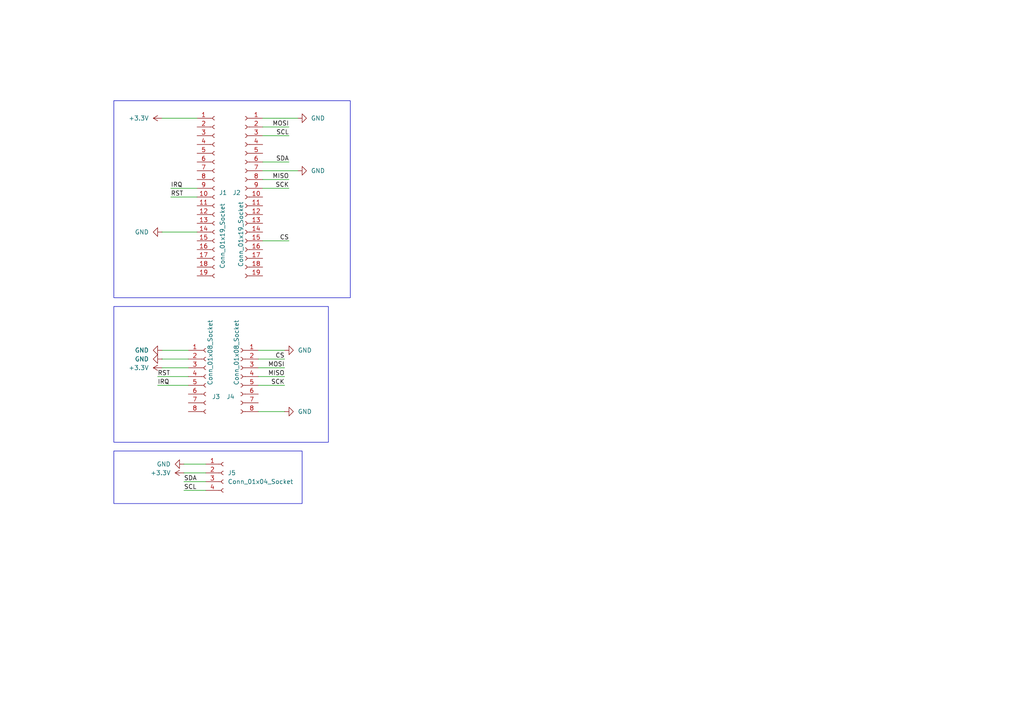
<source format=kicad_sch>
(kicad_sch (version 20250114) (generator "eeschema") (generator_version "9.0")
  (paper "A4")
  (lib_symbols
    (symbol "Connector:Conn_01x04_Socket" (pin_names (offset 1.016) (hide yes))
      (property "Reference" "J" (at 0 5.08 0))
      (property "Value" "Conn_01x04_Socket" (at 0 -7.62 0))
      (symbol "Conn_01x04_Socket_1_1"
        (polyline (pts (xy -1.27 2.54) (xy -0.508 2.54)) (stroke (width 0.1524)))
        (polyline (pts (xy -1.27 0) (xy -0.508 0)) (stroke (width 0.1524)))
        (polyline (pts (xy -1.27 -2.54) (xy -0.508 -2.54)) (stroke (width 0.1524)))
        (polyline (pts (xy -1.27 -5.08) (xy -0.508 -5.08)) (stroke (width 0.1524)))
        (arc (start 0 2.032) (mid -0.5058 2.54) (end 0 3.048) (stroke (width 0.1524)))
        (arc (start 0 -0.508) (mid -0.5058 0) (end 0 0.508) (stroke (width 0.1524)))
        (arc (start 0 -3.048) (mid -0.5058 -2.54) (end 0 -2.032) (stroke (width 0.1524)))
        (arc (start 0 -5.588) (mid -0.5058 -5.08) (end 0 -4.572) (stroke (width 0.1524)))
        (pin passive line (at -5.08 2.54 0) (length 3.81) (name "Pin_1") (number "1"))
        (pin passive line (at -5.08 0 0) (length 3.81) (name "Pin_2") (number "2"))
        (pin passive line (at -5.08 -2.54 0) (length 3.81) (name "Pin_3") (number "3"))
        (pin passive line (at -5.08 -5.08 0) (length 3.81) (name "Pin_4") (number "4"))
      )
    )
    (symbol "Connector:Conn_01x08_Socket" (pin_names (offset 1.016) (hide yes))
      (property "Reference" "J" (at 0 10.16 0))
      (property "Value" "Conn_01x08_Socket" (at 0 -12.7 0))
      (symbol "Conn_01x08_Socket_1_1"
        (polyline (pts (xy -1.27 7.62) (xy -0.508 7.62)) (stroke (width 0.1524)))
        (polyline (pts (xy -1.27 5.08) (xy -0.508 5.08)) (stroke (width 0.1524)))
        (polyline (pts (xy -1.27 2.54) (xy -0.508 2.54)) (stroke (width 0.1524)))
        (polyline (pts (xy -1.27 0) (xy -0.508 0)) (stroke (width 0.1524)))
        (polyline (pts (xy -1.27 -2.54) (xy -0.508 -2.54)) (stroke (width 0.1524)))
        (polyline (pts (xy -1.27 -5.08) (xy -0.508 -5.08)) (stroke (width 0.1524)))
        (polyline (pts (xy -1.27 -7.62) (xy -0.508 -7.62)) (stroke (width 0.1524)))
        (polyline (pts (xy -1.27 -10.16) (xy -0.508 -10.16)) (stroke (width 0.1524)))
        (arc (start 0 7.112) (mid -0.5058 7.62) (end 0 8.128) (stroke (width 0.1524)))
        (arc (start 0 4.572) (mid -0.5058 5.08) (end 0 5.588) (stroke (width 0.1524)))
        (arc (start 0 2.032) (mid -0.5058 2.54) (end 0 3.048) (stroke (width 0.1524)))
        (arc (start 0 -0.508) (mid -0.5058 0) (end 0 0.508) (stroke (width 0.1524)))
        (arc (start 0 -3.048) (mid -0.5058 -2.54) (end 0 -2.032) (stroke (width 0.1524)))
        (arc (start 0 -5.588) (mid -0.5058 -5.08) (end 0 -4.572) (stroke (width 0.1524)))
        (arc (start 0 -8.128) (mid -0.5058 -7.62) (end 0 -7.112) (stroke (width 0.1524)))
        (arc (start 0 -10.668) (mid -0.5058 -10.16) (end 0 -9.652) (stroke (width 0.1524)))
        (pin passive line (at -5.08 7.62 0) (length 3.81) (name "Pin_1") (number "1"))
        (pin passive line (at -5.08 5.08 0) (length 3.81) (name "Pin_2") (number "2"))
        (pin passive line (at -5.08 2.54 0) (length 3.81) (name "Pin_3") (number "3"))
        (pin passive line (at -5.08 0 0) (length 3.81) (name "Pin_4") (number "4"))
        (pin passive line (at -5.08 -2.54 0) (length 3.81) (name "Pin_5") (number "5"))
        (pin passive line (at -5.08 -5.08 0) (length 3.81) (name "Pin_6") (number "6"))
        (pin passive line (at -5.08 -7.62 0) (length 3.81) (name "Pin_7") (number "7"))
        (pin passive line (at -5.08 -10.16 0) (length 3.81) (name "Pin_8") (number "8"))
      )
    )
    (symbol "Connector:Conn_01x19_Socket" (pin_names (offset 1.016) (hide yes))
      (property "Reference" "J" (at 0 25.4 0))
      (property "Value" "Conn_01x19_Socket" (at 0 -25.4 0))
      (symbol "Conn_01x19_Socket_1_1"
        (polyline (pts (xy -1.27 22.86) (xy -0.508 22.86)) (stroke (width 0.1524)))
        (polyline (pts (xy -1.27 20.32) (xy -0.508 20.32)) (stroke (width 0.1524)))
        (polyline (pts (xy -1.27 17.78) (xy -0.508 17.78)) (stroke (width 0.1524)))
        (polyline (pts (xy -1.27 15.24) (xy -0.508 15.24)) (stroke (width 0.1524)))
        (polyline (pts (xy -1.27 12.7) (xy -0.508 12.7)) (stroke (width 0.1524)))
        (polyline (pts (xy -1.27 10.16) (xy -0.508 10.16)) (stroke (width 0.1524)))
        (polyline (pts (xy -1.27 7.62) (xy -0.508 7.62)) (stroke (width 0.1524)))
        (polyline (pts (xy -1.27 5.08) (xy -0.508 5.08)) (stroke (width 0.1524)))
        (polyline (pts (xy -1.27 2.54) (xy -0.508 2.54)) (stroke (width 0.1524)))
        (polyline (pts (xy -1.27 0) (xy -0.508 0)) (stroke (width 0.1524)))
        (polyline (pts (xy -1.27 -2.54) (xy -0.508 -2.54)) (stroke (width 0.1524)))
        (polyline (pts (xy -1.27 -5.08) (xy -0.508 -5.08)) (stroke (width 0.1524)))
        (polyline (pts (xy -1.27 -7.62) (xy -0.508 -7.62)) (stroke (width 0.1524)))
        (polyline (pts (xy -1.27 -10.16) (xy -0.508 -10.16)) (stroke (width 0.1524)))
        (polyline (pts (xy -1.27 -12.7) (xy -0.508 -12.7)) (stroke (width 0.1524)))
        (polyline (pts (xy -1.27 -15.24) (xy -0.508 -15.24)) (stroke (width 0.1524)))
        (polyline (pts (xy -1.27 -17.78) (xy -0.508 -17.78)) (stroke (width 0.1524)))
        (polyline (pts (xy -1.27 -20.32) (xy -0.508 -20.32)) (stroke (width 0.1524)))
        (polyline (pts (xy -1.27 -22.86) (xy -0.508 -22.86)) (stroke (width 0.1524)))
        (arc (start 0 22.352) (mid -0.5058 22.86) (end 0 23.368) (stroke (width 0.1524)))
        (arc (start 0 19.812) (mid -0.5058 20.32) (end 0 20.828) (stroke (width 0.1524)))
        (arc (start 0 17.272) (mid -0.5058 17.78) (end 0 18.288) (stroke (width 0.1524)))
        (arc (start 0 14.732) (mid -0.5058 15.24) (end 0 15.748) (stroke (width 0.1524)))
        (arc (start 0 12.192) (mid -0.5058 12.7) (end 0 13.208) (stroke (width 0.1524)))
        (arc (start 0 9.652) (mid -0.5058 10.16) (end 0 10.668) (stroke (width 0.1524)))
        (arc (start 0 7.112) (mid -0.5058 7.62) (end 0 8.128) (stroke (width 0.1524)))
        (arc (start 0 4.572) (mid -0.5058 5.08) (end 0 5.588) (stroke (width 0.1524)))
        (arc (start 0 2.032) (mid -0.5058 2.54) (end 0 3.048) (stroke (width 0.1524)))
        (arc (start 0 -0.508) (mid -0.5058 0) (end 0 0.508) (stroke (width 0.1524)))
        (arc (start 0 -3.048) (mid -0.5058 -2.54) (end 0 -2.032) (stroke (width 0.1524)))
        (arc (start 0 -5.588) (mid -0.5058 -5.08) (end 0 -4.572) (stroke (width 0.1524)))
        (arc (start 0 -8.128) (mid -0.5058 -7.62) (end 0 -7.112) (stroke (width 0.1524)))
        (arc (start 0 -10.668) (mid -0.5058 -10.16) (end 0 -9.652) (stroke (width 0.1524)))
        (arc (start 0 -13.208) (mid -0.5058 -12.7) (end 0 -12.192) (stroke (width 0.1524)))
        (arc (start 0 -15.748) (mid -0.5058 -15.24) (end 0 -14.732) (stroke (width 0.1524)))
        (arc (start 0 -18.288) (mid -0.5058 -17.78) (end 0 -17.272) (stroke (width 0.1524)))
        (arc (start 0 -20.828) (mid -0.5058 -20.32) (end 0 -19.812) (stroke (width 0.1524)))
        (arc (start 0 -23.368) (mid -0.5058 -22.86) (end 0 -22.352) (stroke (width 0.1524)))
        (pin passive line (at -5.08 22.86 0) (length 3.81) (name "Pin_1") (number "1"))
        (pin passive line (at -5.08 20.32 0) (length 3.81) (name "Pin_2") (number "2"))
        (pin passive line (at -5.08 17.78 0) (length 3.81) (name "Pin_3") (number "3"))
        (pin passive line (at -5.08 15.24 0) (length 3.81) (name "Pin_4") (number "4"))
        (pin passive line (at -5.08 12.7 0) (length 3.81) (name "Pin_5") (number "5"))
        (pin passive line (at -5.08 10.16 0) (length 3.81) (name "Pin_6") (number "6"))
        (pin passive line (at -5.08 7.62 0) (length 3.81) (name "Pin_7") (number "7"))
        (pin passive line (at -5.08 5.08 0) (length 3.81) (name "Pin_8") (number "8"))
        (pin passive line (at -5.08 2.54 0) (length 3.81) (name "Pin_9") (number "9"))
        (pin passive line (at -5.08 0 0) (length 3.81) (name "Pin_10") (number "10"))
        (pin passive line (at -5.08 -2.54 0) (length 3.81) (name "Pin_11") (number "11"))
        (pin passive line (at -5.08 -5.08 0) (length 3.81) (name "Pin_12") (number "12"))
        (pin passive line (at -5.08 -7.62 0) (length 3.81) (name "Pin_13") (number "13"))
        (pin passive line (at -5.08 -10.16 0) (length 3.81) (name "Pin_14") (number "14"))
        (pin passive line (at -5.08 -12.7 0) (length 3.81) (name "Pin_15") (number "15"))
        (pin passive line (at -5.08 -15.24 0) (length 3.81) (name "Pin_16") (number "16"))
        (pin passive line (at -5.08 -17.78 0) (length 3.81) (name "Pin_17") (number "17"))
        (pin passive line (at -5.08 -20.32 0) (length 3.81) (name "Pin_18") (number "18"))
        (pin passive line (at -5.08 -22.86 0) (length 3.81) (name "Pin_19") (number "19"))
      )
    )
    (symbol "power:+3.3V" (power) (pin_numbers (hide yes)) (pin_names (offset 0) (hide yes))
      (property "Value" "+3.3V" (at 0 3.556 0))
      (symbol "+3.3V_0_1"
        (polyline (pts (xy -0.762 1.27) (xy 0 2.54)))
        (polyline (pts (xy 0 2.54) (xy 0.762 1.27)))
        (polyline (pts (xy 0 0) (xy 0 2.54)))
      )
      (symbol "+3.3V_1_1"
        (pin power_in line (at 0 0 90) (length 0) (name "~") (number "1"))
      )
    )
    (symbol "power:GND" (power) (pin_numbers (hide yes)) (pin_names (offset 0) (hide yes))
      (property "Value" "GND" (at 0 -3.81 0))
      (symbol "GND_0_1"
        (polyline (pts (xy 0 0) (xy 0 -1.27) (xy 1.27 -1.27) (xy 0 -2.54) (xy -1.27 -1.27) (xy 0 -1.27)))
      )
      (symbol "GND_1_1"
        (pin power_in line (at 0 0 270) (length 0) (name "~") (number "1"))
      )
    )
  )
  (rectangle (start 33.02 88.9) (end 95.25 128.27))
  (rectangle (start 33.02 130.81) (end 87.63 146.05))
  (rectangle (start 33.02 29.21) (end 101.6 86.36))
  (wire (pts (xy 46.99 34.29) (xy 57.15 34.29)))
  (wire (pts (xy 57.15 54.61) (xy 49.53 54.61)))
  (wire (pts (xy 76.2 36.83) (xy 83.82 36.83)))
  (wire (pts (xy 74.93 109.22) (xy 82.55 109.22)))
  (wire (pts (xy 54.61 104.14) (xy 46.99 104.14)))
  (wire (pts (xy 74.93 111.76) (xy 82.55 111.76)))
  (wire (pts (xy 45.72 111.76) (xy 54.61 111.76)))
  (wire (pts (xy 76.2 39.37) (xy 83.82 39.37)))
  (wire (pts (xy 76.2 34.29) (xy 86.36 34.29)))
  (wire (pts (xy 76.2 49.53) (xy 86.36 49.53)))
  (wire (pts (xy 76.2 54.61) (xy 83.82 54.61)))
  (wire (pts (xy 57.15 57.15) (xy 49.53 57.15)))
  (wire (pts (xy 76.2 52.07) (xy 83.82 52.07)))
  (wire (pts (xy 76.2 46.99) (xy 83.82 46.99)))
  (wire (pts (xy 53.34 137.16) (xy 59.69 137.16)))
  (wire (pts (xy 83.82 69.85) (xy 76.2 69.85)))
  (wire (pts (xy 45.72 109.22) (xy 54.61 109.22)))
  (wire (pts (xy 74.93 106.68) (xy 82.55 106.68)))
  (wire (pts (xy 46.99 106.68) (xy 54.61 106.68)))
  (wire (pts (xy 74.93 101.6) (xy 82.55 101.6)))
  (wire (pts (xy 57.15 67.31) (xy 46.99 67.31)))
  (wire (pts (xy 82.55 104.14) (xy 74.93 104.14)))
  (wire (pts (xy 53.34 142.24) (xy 59.69 142.24)))
  (wire (pts (xy 53.34 139.7) (xy 59.69 139.7)))
  (wire (pts (xy 53.34 134.62) (xy 59.69 134.62)))
  (wire (pts (xy 54.61 101.6) (xy 46.99 101.6)))
  (wire (pts (xy 74.93 119.38) (xy 82.55 119.38)))
  (label "CS" (at 82.55 104.14 180))
  (label "MISO" (at 83.82 52.07 180))
  (label "CS" (at 83.82 69.85 180))
  (label "SCK" (at 82.55 111.76 180))
  (label "RST" (at 49.53 57.15 0))
  (label "MOSI" (at 82.55 106.68 180))
  (label "SCL" (at 83.82 39.37 180))
  (label "MOSI" (at 83.82 36.83 180))
  (label "RST" (at 45.72 109.22 0))
  (label "SCK" (at 83.82 54.61 180))
  (label "SCL" (at 53.34 142.24 0))
  (label "IRQ" (at 45.72 111.76 0))
  (label "SDA" (at 53.34 139.7 0))
  (label "IRQ" (at 49.53 54.61 0))
  (label "SDA" (at 83.82 46.99 180))
  (label "MISO" (at 82.55 109.22 180))
  (symbol (lib_id "power:GND") (at 86.36 49.53 90) (unit 1)
    (property "Reference" "#PWR06" (effects (hide yes)))
    (property "Value" "GND" (at 90.17 49.5299 90) (effects (justify right)))
    (property "Description" "Power symbol creates a global label with name \"GND\" , ground" (effects (hide yes)))
  )
  (symbol (lib_id "power:GND") (at 53.34 134.62 270) (mirror x) (unit 1)
    (property "Reference" "#PWR01" (effects (hide yes)))
    (property "Value" "GND" (at 49.53 134.6199 90) (effects (justify right)))
    (property "Description" "Power symbol creates a global label with name \"GND\" , ground" (effects (hide yes)))
  )
  (symbol (lib_id "power:GND") (at 46.99 67.31 270) (mirror x) (unit 1)
    (property "Reference" "#PWR07" (effects (hide yes)))
    (property "Value" "GND" (at 43.18 67.3099 90) (effects (justify right)))
    (property "Description" "Power symbol creates a global label with name \"GND\" , ground" (effects (hide yes)))
  )
  (symbol (lib_id "power:+3.3V") (at 46.99 106.68 90) (unit 1)
    (property "Reference" "#PWR011" (effects (hide yes)))
    (property "Value" "+3.3V" (at 43.18 106.6799 90) (effects (justify left)))
    (property "Description" "Power symbol creates a global label with name \"+3.3V\"" (effects (hide yes)))
  )
  (symbol (lib_id "power:GND") (at 46.99 104.14 270) (mirror x) (unit 1)
    (property "Reference" "#PWR014" (effects (hide yes)))
    (property "Value" "GND" (at 43.18 104.1399 90) (effects (justify right)))
    (property "Description" "Power symbol creates a global label with name \"GND\" , ground" (effects (hide yes)))
  )
  (symbol (lib_id "power:+3.3V") (at 53.34 137.16 90) (unit 1)
    (property "Reference" "#PWR02" (effects (hide yes)))
    (property "Value" "+3.3V" (at 49.53 137.1599 90) (effects (justify left)))
    (property "Description" "Power symbol creates a global label with name \"+3.3V\"" (effects (hide yes)))
  )
  (symbol (lib_id "Connector:Conn_01x04_Socket") (at 64.77 137.16 0) (unit 1)
    (property "Reference" "J5" (at 66.04 137.1599 0) (effects (justify left)))
    (property "Value" "Conn_01x04_Socket" (at 66.04 139.6999 0) (effects (justify left)))
    (property "Footprint" "Connector_PinSocket_2.54mm:PinSocket_1x04_P2.54mm_Vertical" (effects (hide yes)))
    (property "Description" "Generic connector, single row, 01x04, script generated" (effects (hide yes)))
  )
  (symbol (lib_id "power:GND") (at 46.99 101.6 270) (mirror x) (unit 1)
    (property "Reference" "#PWR013" (effects (hide yes)))
    (property "Value" "GND" (at 43.18 101.5999 90) (effects (justify right)))
    (property "Description" "Power symbol creates a global label with name \"GND\" , ground" (effects (hide yes)))
  )
  (symbol (lib_id "power:GND") (at 82.55 101.6 90) (unit 1)
    (property "Reference" "#PWR09" (effects (hide yes)))
    (property "Value" "GND" (at 86.36 101.5999 90) (effects (justify right)))
    (property "Description" "Power symbol creates a global label with name \"GND\" , ground" (effects (hide yes)))
  )
  (symbol (lib_id "Connector:Conn_01x08_Socket") (at 59.69 109.22 0) (unit 1)
    (property "Reference" "J3" (at 61.468 115.062 0) (effects (justify left)))
    (property "Value" "Conn_01x08_Socket" (at 60.96 111.7599 90) (effects (justify left)))
    (property "Footprint" "Connector_PinSocket_2.54mm:PinSocket_1x08_P2.54mm_Vertical" (effects (hide yes)))
    (property "Description" "Generic connector, single row, 01x08, script generated" (effects (hide yes)))
  )
  (symbol (lib_id "Connector:Conn_01x19_Socket") (at 71.12 57.15 0) (mirror y) (unit 1)
    (property "Reference" "J2" (at 69.85 55.8799 0) (effects (justify left)))
    (property "Value" "Conn_01x19_Socket" (at 69.85 58.4199 90) (effects (justify right)))
    (property "Footprint" "Connector_PinSocket_2.54mm:PinSocket_1x19_P2.54mm_Vertical" (effects (hide yes)))
    (property "Description" "Generic connector, single row, 01x19, script generated" (effects (hide yes)))
  )
  (symbol (lib_id "power:GND") (at 82.55 119.38 90) (unit 1)
    (property "Reference" "#PWR010" (effects (hide yes)))
    (property "Value" "GND" (at 86.36 119.3799 90) (effects (justify right)))
    (property "Description" "Power symbol creates a global label with name \"GND\" , ground" (effects (hide yes)))
  )
  (symbol (lib_id "Connector:Conn_01x08_Socket") (at 69.85 109.22 0) (mirror y) (unit 1)
    (property "Reference" "J4" (at 68.072 115.062 0) (effects (justify left)))
    (property "Value" "Conn_01x08_Socket" (at 68.58 111.7599 90) (effects (justify left)))
    (property "Footprint" "Connector_PinSocket_2.54mm:PinSocket_1x08_P2.54mm_Vertical" (effects (hide yes)))
    (property "Description" "Generic connector, single row, 01x08, script generated" (effects (hide yes)))
  )
  (symbol (lib_id "power:GND") (at 86.36 34.29 90) (unit 1)
    (property "Reference" "#PWR05" (effects (hide yes)))
    (property "Value" "GND" (at 90.17 34.2899 90) (effects (justify right)))
    (property "Description" "Power symbol creates a global label with name \"GND\" , ground" (effects (hide yes)))
  )
  (symbol (lib_id "Connector:Conn_01x19_Socket") (at 62.23 57.15 0) (unit 1)
    (property "Reference" "J1" (at 63.5 55.8799 0) (effects (justify left)))
    (property "Value" "Conn_01x19_Socket" (at 64.516 58.928 90) (effects (justify right)))
    (property "Footprint" "Connector_PinSocket_2.54mm:PinSocket_1x19_P2.54mm_Vertical" (effects (hide yes)))
    (property "Description" "Generic connector, single row, 01x19, script generated" (effects (hide yes)))
  )
  (symbol (lib_id "power:+3.3V") (at 46.99 34.29 90) (unit 1)
    (property "Reference" "#PWR08" (effects (hide yes)))
    (property "Value" "+3.3V" (at 43.18 34.2899 90) (effects (justify left)))
    (property "Description" "Power symbol creates a global label with name \"+3.3V\"" (effects (hide yes)))
  )
)
</source>
